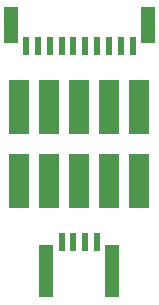
<source format=gbr>
G04 #@! TF.GenerationSoftware,KiCad,Pcbnew,5.1.0-rc2-unknown-036be7d~80~ubuntu16.04.1*
G04 #@! TF.CreationDate,2023-05-22T11:40:45+03:00*
G04 #@! TF.ProjectId,UEXT-PQ_Rev_A,55455854-2d50-4515-9f52-65765f412e6b,A*
G04 #@! TF.SameCoordinates,Original*
G04 #@! TF.FileFunction,Paste,Top*
G04 #@! TF.FilePolarity,Positive*
%FSLAX46Y46*%
G04 Gerber Fmt 4.6, Leading zero omitted, Abs format (unit mm)*
G04 Created by KiCad (PCBNEW 5.1.0-rc2-unknown-036be7d~80~ubuntu16.04.1) date 2023-05-22 11:40:45*
%MOMM*%
%LPD*%
G04 APERTURE LIST*
%ADD10C,1.700000*%
%ADD11C,0.100000*%
%ADD12R,1.200000X3.100000*%
%ADD13R,0.600000X1.550000*%
%ADD14R,0.500000X1.550000*%
%ADD15R,1.200000X4.500000*%
G04 APERTURE END LIST*
D10*
X87000000Y-135475000D03*
D11*
G36*
X86150000Y-137750000D02*
G01*
X86150000Y-133200000D01*
X87850000Y-133200000D01*
X87850000Y-137750000D01*
X86150000Y-137750000D01*
X86150000Y-137750000D01*
G37*
D10*
X84460000Y-135475000D03*
D11*
G36*
X83610000Y-137750000D02*
G01*
X83610000Y-133200000D01*
X85310000Y-133200000D01*
X85310000Y-137750000D01*
X83610000Y-137750000D01*
X83610000Y-137750000D01*
G37*
D10*
X81920000Y-135475000D03*
D11*
G36*
X81070000Y-137750000D02*
G01*
X81070000Y-133200000D01*
X82770000Y-133200000D01*
X82770000Y-137750000D01*
X81070000Y-137750000D01*
X81070000Y-137750000D01*
G37*
D10*
X89540000Y-135475000D03*
D11*
G36*
X88690000Y-137750000D02*
G01*
X88690000Y-133200000D01*
X90390000Y-133200000D01*
X90390000Y-137750000D01*
X88690000Y-137750000D01*
X88690000Y-137750000D01*
G37*
D10*
X92080000Y-135475000D03*
D11*
G36*
X91230000Y-137750000D02*
G01*
X91230000Y-133200000D01*
X92930000Y-133200000D01*
X92930000Y-137750000D01*
X91230000Y-137750000D01*
X91230000Y-137750000D01*
G37*
D10*
X92080000Y-141725000D03*
D11*
G36*
X91230000Y-144000000D02*
G01*
X91230000Y-139450000D01*
X92930000Y-139450000D01*
X92930000Y-144000000D01*
X91230000Y-144000000D01*
X91230000Y-144000000D01*
G37*
D10*
X89540000Y-141725000D03*
D11*
G36*
X88690000Y-144000000D02*
G01*
X88690000Y-139450000D01*
X90390000Y-139450000D01*
X90390000Y-144000000D01*
X88690000Y-144000000D01*
X88690000Y-144000000D01*
G37*
D10*
X87000000Y-141725000D03*
D11*
G36*
X86150000Y-144000000D02*
G01*
X86150000Y-139450000D01*
X87850000Y-139450000D01*
X87850000Y-144000000D01*
X86150000Y-144000000D01*
X86150000Y-144000000D01*
G37*
D10*
X84460000Y-141725000D03*
D11*
G36*
X83610000Y-144000000D02*
G01*
X83610000Y-139450000D01*
X85310000Y-139450000D01*
X85310000Y-144000000D01*
X83610000Y-144000000D01*
X83610000Y-144000000D01*
G37*
D10*
X81920000Y-141725000D03*
D11*
G36*
X81070000Y-144000000D02*
G01*
X81070000Y-139450000D01*
X82770000Y-139450000D01*
X82770000Y-144000000D01*
X81070000Y-144000000D01*
X81070000Y-144000000D01*
G37*
D12*
X92800000Y-128550000D03*
X81200000Y-128550000D03*
D13*
X91500000Y-130325000D03*
X90500000Y-130325000D03*
X89500000Y-130325000D03*
X88500000Y-130325000D03*
X87500000Y-130325000D03*
X86500000Y-130325000D03*
X85500000Y-130325000D03*
X84500000Y-130325000D03*
X83500000Y-130325000D03*
X82500000Y-130325000D03*
D14*
X88500000Y-146900000D03*
X86500000Y-146900000D03*
X87500000Y-146900000D03*
D15*
X84200000Y-149375000D03*
X89800000Y-149375000D03*
D14*
X85500000Y-146900000D03*
M02*

</source>
